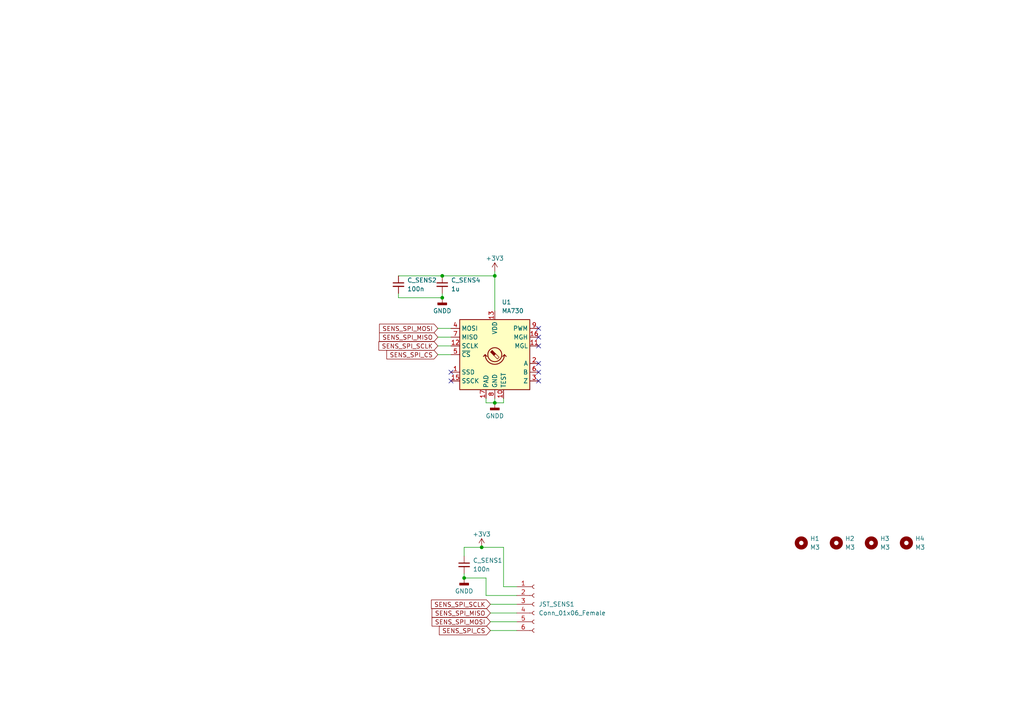
<source format=kicad_sch>
(kicad_sch (version 20230121) (generator eeschema)
  (paper "A4")
  (lib_symbols
    (symbol "Connector:Conn_01x06_Female" (pin_names (offset 1.016) hide)
      (property "Reference" "J" (at 0 7.62 0))
      (property "Value" "Conn_01x06_Female" (at 0 -10.16 0))
      (symbol "Conn_01x06_Female_1_1"
        (arc (start 0 -7.112) (mid -0.5058 -7.62) (end 0 -8.128) (stroke (width 0.1524)))
        (arc (start 0 -4.572) (mid -0.5058 -5.08) (end 0 -5.588) (stroke (width 0.1524)))
        (arc (start 0 -2.032) (mid -0.5058 -2.54) (end 0 -3.048) (stroke (width 0.1524)))
        (polyline (pts (xy -1.27 -7.62) (xy -0.508 -7.62)) (stroke (width 0.1524)))
        (polyline (pts (xy -1.27 -5.08) (xy -0.508 -5.08)) (stroke (width 0.1524)))
        (polyline (pts (xy -1.27 -2.54) (xy -0.508 -2.54)) (stroke (width 0.1524)))
        (polyline (pts (xy -1.27 0) (xy -0.508 0)) (stroke (width 0.1524)))
        (polyline (pts (xy -1.27 2.54) (xy -0.508 2.54)) (stroke (width 0.1524)))
        (polyline (pts (xy -1.27 5.08) (xy -0.508 5.08)) (stroke (width 0.1524)))
        (arc (start 0 0.508) (mid -0.5058 0) (end 0 -0.508) (stroke (width 0.1524)))
        (arc (start 0 3.048) (mid -0.5058 2.54) (end 0 2.032) (stroke (width 0.1524)))
        (arc (start 0 5.588) (mid -0.5058 5.08) (end 0 4.572) (stroke (width 0.1524)))
        (pin passive line (at -5.08 5.08 0) (length 3.81) (name "Pin_1") (number "1"))
        (pin passive line (at -5.08 2.54 0) (length 3.81) (name "Pin_2") (number "2"))
        (pin passive line (at -5.08 0 0) (length 3.81) (name "Pin_3") (number "3"))
        (pin passive line (at -5.08 -2.54 0) (length 3.81) (name "Pin_4") (number "4"))
        (pin passive line (at -5.08 -5.08 0) (length 3.81) (name "Pin_5") (number "5"))
        (pin passive line (at -5.08 -7.62 0) (length 3.81) (name "Pin_6") (number "6"))
      )
    )
    (symbol "Device:C_Small" (pin_numbers hide) (pin_names (offset 0.254) hide)
      (property "Reference" "C" (at 0.254 1.778 0))
      (property "Value" "C_Small" (at 0.254 -2.032 0))
      (symbol "C_Small_0_1"
        (polyline (pts (xy -1.524 -0.508) (xy 1.524 -0.508)) (stroke (width 0.3302)))
        (polyline (pts (xy -1.524 0.508) (xy 1.524 0.508)) (stroke (width 0.3048)))
      )
      (symbol "C_Small_1_1"
        (pin passive line (at 0 2.54 270) (length 2.032) (name "~") (number "1"))
        (pin passive line (at 0 -2.54 90) (length 2.032) (name "~") (number "2"))
      )
    )
    (symbol "Mechanical:MountingHole" (pin_names (offset 1.016))
      (property "Reference" "H" (at 0 5.08 0))
      (property "Value" "MountingHole" (at 0 3.175 0))
      (symbol "MountingHole_0_1"
        (circle (center 0 0) (radius 1.27) (stroke (width 1.27)))
      )
    )
    (symbol "Sensor_Magnetic:MA730"
      (property "Reference" "U" (at -10.16 11.43 0))
      (property "Value" "MA730" (at 10.16 11.43 0))
      (symbol "MA730_0_1"
        (rectangle (start -10.16 10.16) (end 10.16 -10.16) (stroke (width 0.254)) (fill (type background)))
        (arc (start -2.794 0) (mid 0 -2.7819) (end 2.794 0) (stroke (width 0.254)))
        (polyline (pts (xy -2.794 0) (xy -3.302 -0.508)) (stroke (width 0.254)))
        (polyline (pts (xy -2.794 0) (xy -2.286 -0.508)) (stroke (width 0.254)))
        (polyline (pts (xy 2.794 0) (xy 2.286 -0.508)) (stroke (width 0.254)))
        (polyline (pts (xy 2.794 0) (xy 3.302 -0.508)) (stroke (width 0.254)))
      )
      (symbol "MA730_1_1"
        (polyline (pts (xy 0.254 0.254) (xy 1.27 -0.762) (xy 0.762 -1.27) (xy -0.254 -0.254)))
        (polyline (pts (xy -0.762 1.27) (xy 0.254 0.254) (xy -0.254 -0.254) (xy -1.27 0.762) (xy -1.016 1.016) (xy -0.762 1.27) (xy -0.635 1.143)) (fill (type outline)))
        (circle (center 0 0) (radius 2.032) (stroke (width 0.254)))
        (pin output line (at -12.7 -5.08 0) (length 2.54) (name "SSD") (number "1"))
        (pin passive line (at 2.54 -12.7 90) (length 2.54) (name "TEST") (number "10"))
        (pin output line (at 12.7 2.54 180) (length 2.54) (name "MGL") (number "11"))
        (pin input line (at -12.7 2.54 0) (length 2.54) (name "SCLK") (number "12"))
        (pin power_in line (at 0 12.7 270) (length 2.54) (name "VDD") (number "13"))
        (pin no_connect line (at 5.08 -10.16 90) (length 2.54) hide (name "NC") (number "14"))
        (pin input line (at -12.7 -7.62 0) (length 2.54) (name "SSCK") (number "15"))
        (pin output line (at 12.7 5.08 180) (length 2.54) (name "MGH") (number "16"))
        (pin input line (at -2.54 -12.7 90) (length 2.54) (name "PAD") (number "17"))
        (pin output line (at 12.7 -2.54 180) (length 2.54) (name "A") (number "2"))
        (pin output line (at 12.7 -7.62 180) (length 2.54) (name "Z") (number "3"))
        (pin input line (at -12.7 7.62 0) (length 2.54) (name "MOSI") (number "4"))
        (pin input line (at -12.7 0 0) (length 2.54) (name "~{CS}") (number "5"))
        (pin output line (at 12.7 -5.08 180) (length 2.54) (name "B") (number "6"))
        (pin output line (at -12.7 5.08 0) (length 2.54) (name "MISO") (number "7"))
        (pin power_in line (at 0 -12.7 90) (length 2.54) (name "GND") (number "8"))
        (pin output line (at 12.7 7.62 180) (length 2.54) (name "PWM") (number "9"))
      )
    )
    (symbol "power:+3.3V" (power) (pin_names (offset 0))
      (property "Value" "+3.3V" (at 0 3.556 0))
      (symbol "+3.3V_0_1"
        (polyline (pts (xy -0.762 1.27) (xy 0 2.54)))
        (polyline (pts (xy 0 0) (xy 0 2.54)))
        (polyline (pts (xy 0 2.54) (xy 0.762 1.27)))
      )
      (symbol "+3.3V_1_1"
        (pin power_in line (at 0 0 90) (length 0) hide (name "+3V3") (number "1"))
      )
    )
    (symbol "power:GNDD" (power) (pin_names (offset 0))
      (property "Value" "GNDD" (at 0 -3.175 0))
      (symbol "GNDD_0_1"
        (rectangle (start -1.27 -1.524) (end 1.27 -2.032) (stroke (width 0.254)) (fill (type outline)))
        (polyline (pts (xy 0 0) (xy 0 -1.524)))
      )
      (symbol "GNDD_1_1"
        (pin power_in line (at 0 0 270) (length 0) hide (name "GNDD") (number "1"))
      )
    )
  )
  (junction (at 143.51 80.01))
  (junction (at 128.27 80.01))
  (junction (at 143.51 116.84))
  (junction (at 134.62 167.64))
  (junction (at 128.27 86.36))
  (junction (at 139.7 158.75))
  (no_connect (at 156.21 105.41))
  (no_connect (at 156.21 95.25))
  (no_connect (at 156.21 97.79))
  (no_connect (at 130.81 107.95))
  (no_connect (at 130.81 110.49))
  (no_connect (at 156.21 107.95))
  (no_connect (at 156.21 100.33))
  (no_connect (at 156.21 110.49))
  (wire (pts (xy 128.27 80.01) (xy 143.51 80.01)))
  (wire (pts (xy 143.51 115.57) (xy 143.51 116.84)))
  (wire (pts (xy 134.62 167.64) (xy 134.62 166.37)))
  (wire (pts (xy 146.05 158.75) (xy 139.7 158.75)))
  (wire (pts (xy 127 95.25) (xy 130.81 95.25)))
  (wire (pts (xy 127 100.33) (xy 130.81 100.33)))
  (wire (pts (xy 140.97 116.84) (xy 143.51 116.84)))
  (wire (pts (xy 134.62 158.75) (xy 139.7 158.75)))
  (wire (pts (xy 127 102.87) (xy 130.81 102.87)))
  (wire (pts (xy 140.97 167.64) (xy 134.62 167.64)))
  (wire (pts (xy 146.05 170.18) (xy 149.86 170.18)))
  (wire (pts (xy 143.51 80.01) (xy 143.51 78.74)))
  (wire (pts (xy 146.05 170.18) (xy 146.05 158.75)))
  (wire (pts (xy 142.24 177.8) (xy 149.86 177.8)))
  (wire (pts (xy 149.86 172.72) (xy 140.97 172.72)))
  (wire (pts (xy 128.27 86.36) (xy 128.27 85.09)))
  (wire (pts (xy 142.24 182.88) (xy 149.86 182.88)))
  (wire (pts (xy 115.57 86.36) (xy 115.57 85.09)))
  (wire (pts (xy 115.57 86.36) (xy 128.27 86.36)))
  (wire (pts (xy 140.97 172.72) (xy 140.97 167.64)))
  (wire (pts (xy 142.24 180.34) (xy 149.86 180.34)))
  (wire (pts (xy 146.05 116.84) (xy 143.51 116.84)))
  (wire (pts (xy 140.97 115.57) (xy 140.97 116.84)))
  (wire (pts (xy 134.62 158.75) (xy 134.62 161.29)))
  (wire (pts (xy 142.24 175.26) (xy 149.86 175.26)))
  (wire (pts (xy 146.05 115.57) (xy 146.05 116.84)))
  (wire (pts (xy 115.57 80.01) (xy 128.27 80.01)))
  (wire (pts (xy 143.51 80.01) (xy 143.51 90.17)))
  (wire (pts (xy 127 97.79) (xy 130.81 97.79)))
  (global_label "SENS_SPI_CS" (shape input) (at 142.24 182.88 180) (property "Intersheetrefs" "${INTERSHEET_REFS}" (effects hide)))
  (global_label "SENS_SPI_MOSI" (shape input) (at 127 95.25 180) (property "Intersheetrefs" "${INTERSHEET_REFS}" (effects hide)))
  (global_label "SENS_SPI_MOSI" (shape input) (at 142.24 180.34 180) (property "Intersheetrefs" "${INTERSHEET_REFS}" (effects hide)))
  (global_label "SENS_SPI_CS" (shape input) (at 127 102.87 180) (property "Intersheetrefs" "${INTERSHEET_REFS}" (effects hide)))
  (global_label "SENS_SPI_MISO" (shape input) (at 142.24 177.8 180) (property "Intersheetrefs" "${INTERSHEET_REFS}" (effects hide)))
  (global_label "SENS_SPI_MISO" (shape input) (at 127 97.79 180) (property "Intersheetrefs" "${INTERSHEET_REFS}" (effects hide)))
  (global_label "SENS_SPI_SCLK" (shape input) (at 142.24 175.26 180) (property "Intersheetrefs" "${INTERSHEET_REFS}" (effects hide)))
  (global_label "SENS_SPI_SCLK" (shape input) (at 127 100.33 180) (property "Intersheetrefs" "${INTERSHEET_REFS}" (effects hide)))
  (symbol (lib_id "Device:C_Small") (at 115.57 82.55 0) (unit 1)
    (property "Reference" "C_SENS2" (at 118.11 81.28 0) (effects (justify left)))
    (property "Value" "100n" (at 118.11 83.8138 0) (effects (justify left)))
    (property "Footprint" "Capacitor_SMD:C_0402_1005Metric" (effects hide))
  )
  (symbol (lib_id "Mechanical:MountingHole") (at 242.57 157.48 0) (unit 1)
    (property "Reference" "H2" (at 245.11 156.2099 0) (effects (justify left)))
    (property "Value" "M3" (at 245.11 158.7499 0) (effects (justify left)))
    (property "Footprint" "MountingHole:MountingHole_3.2mm_M3_DIN965" (effects hide))
  )
  (symbol (lib_id "Mechanical:MountingHole") (at 252.73 157.48 0) (unit 1)
    (property "Reference" "H3" (at 255.27 156.2099 0) (effects (justify left)))
    (property "Value" "M3" (at 255.27 158.7499 0) (effects (justify left)))
    (property "Footprint" "MountingHole:MountingHole_3.2mm_M3_DIN965" (effects hide))
  )
  (symbol (lib_id "Sensor_Magnetic:MA730") (at 143.51 102.87 0) (unit 1)
    (property "Reference" "U1" (at 145.5294 87.63 0) (effects (justify left)))
    (property "Value" "MA730" (at 145.5294 90.17 0) (effects (justify left)))
    (property "Footprint" "Package_DFN_QFN:QFN-16-1EP_3x3mm_P0.5mm_EP1.75x1.75mm" (effects hide))
    (property "Datasheet" "https://www.monolithicpower.com/pub/media/document/m/a/ma730_r1.01.pdf" (effects hide))
  )
  (symbol (lib_id "Mechanical:MountingHole") (at 262.89 157.48 0) (unit 1)
    (property "Reference" "H4" (at 265.43 156.2099 0) (effects (justify left)))
    (property "Value" "M3" (at 265.43 158.7499 0) (effects (justify left)))
    (property "Footprint" "MountingHole:MountingHole_3.2mm_M3_DIN965" (effects hide))
  )
  (symbol (lib_id "Device:C_Small") (at 128.27 82.55 0) (unit 1)
    (property "Reference" "C_SENS4" (at 130.81 81.28 0) (effects (justify left)))
    (property "Value" "1u" (at 130.81 83.8138 0) (effects (justify left)))
    (property "Footprint" "Capacitor_SMD:C_0603_1608Metric" (effects hide))
  )
  (symbol (lib_id "Mechanical:MountingHole") (at 232.41 157.48 0) (unit 1)
    (property "Reference" "H1" (at 234.95 156.2099 0) (effects (justify left)))
    (property "Value" "M3" (at 234.95 158.7499 0) (effects (justify left)))
    (property "Footprint" "MountingHole:MountingHole_3.2mm_M3_DIN965" (effects hide))
  )
  (symbol (lib_id "power:GNDD") (at 128.27 86.36 0) (unit 1)
    (property "Reference" "#PWR08" (effects hide))
    (property "Value" "GNDD" (at 128.27 90.17 0))
  )
  (symbol (lib_id "Device:C_Small") (at 134.62 163.83 0) (unit 1)
    (property "Reference" "C_SENS1" (at 137.16 162.56 0) (effects (justify left)))
    (property "Value" "100n" (at 137.16 165.0938 0) (effects (justify left)))
    (property "Footprint" "Capacitor_SMD:C_0402_1005Metric" (effects hide))
  )
  (symbol (lib_id "power:GNDD") (at 134.62 167.64 0) (unit 1)
    (property "Reference" "#PWR02" (effects hide))
    (property "Value" "GNDD" (at 134.62 171.45 0))
  )
  (symbol (lib_id "power:+3.3V") (at 139.7 158.75 0) (unit 1)
    (property "Reference" "#PWR03" (effects hide))
    (property "Value" "+3.3V" (at 139.7 154.94 0))
  )
  (symbol (lib_id "power:GNDD") (at 143.51 116.84 0) (unit 1)
    (property "Reference" "#PWR011" (effects hide))
    (property "Value" "GNDD" (at 143.51 120.65 0))
  )
  (symbol (lib_id "Connector:Conn_01x06_Female") (at 154.94 175.26 0) (unit 1)
    (property "Reference" "JST_SENS1" (at 156.21 175.2599 0) (effects (justify left)))
    (property "Value" "Conn_01x06_Female" (at 156.21 177.7999 0) (effects (justify left)))
    (property "Footprint" "Connector_PinHeader_1.27mm:PinHeader_2x03_P1.27mm_Vertical" (effects hide))
  )
  (symbol (lib_id "power:+3.3V") (at 143.51 78.74 0) (unit 1)
    (property "Reference" "#PWR010" (effects hide))
    (property "Value" "+3.3V" (at 143.51 74.93 0))
  )
)
</source>
